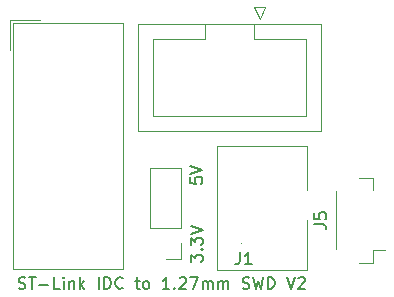
<source format=gbr>
G04 #@! TF.GenerationSoftware,KiCad,Pcbnew,(6.0.0)*
G04 #@! TF.CreationDate,2022-07-24T20:48:06-05:00*
G04 #@! TF.ProjectId,SWDAdapter,53574441-6461-4707-9465-722e6b696361,rev?*
G04 #@! TF.SameCoordinates,Original*
G04 #@! TF.FileFunction,Legend,Top*
G04 #@! TF.FilePolarity,Positive*
%FSLAX46Y46*%
G04 Gerber Fmt 4.6, Leading zero omitted, Abs format (unit mm)*
G04 Created by KiCad (PCBNEW (6.0.0)) date 2022-07-24 20:48:06*
%MOMM*%
%LPD*%
G01*
G04 APERTURE LIST*
%ADD10C,0.150000*%
%ADD11C,0.120000*%
G04 APERTURE END LIST*
D10*
X137632380Y-78976190D02*
X137632380Y-78357142D01*
X138013333Y-78690476D01*
X138013333Y-78547619D01*
X138060952Y-78452380D01*
X138108571Y-78404761D01*
X138203809Y-78357142D01*
X138441904Y-78357142D01*
X138537142Y-78404761D01*
X138584761Y-78452380D01*
X138632380Y-78547619D01*
X138632380Y-78833333D01*
X138584761Y-78928571D01*
X138537142Y-78976190D01*
X138537142Y-77928571D02*
X138584761Y-77880952D01*
X138632380Y-77928571D01*
X138584761Y-77976190D01*
X138537142Y-77928571D01*
X138632380Y-77928571D01*
X137632380Y-77547619D02*
X137632380Y-76928571D01*
X138013333Y-77261904D01*
X138013333Y-77119047D01*
X138060952Y-77023809D01*
X138108571Y-76976190D01*
X138203809Y-76928571D01*
X138441904Y-76928571D01*
X138537142Y-76976190D01*
X138584761Y-77023809D01*
X138632380Y-77119047D01*
X138632380Y-77404761D01*
X138584761Y-77500000D01*
X138537142Y-77547619D01*
X137632380Y-76642857D02*
X138632380Y-76309523D01*
X137632380Y-75976190D01*
X137592380Y-71830476D02*
X137592380Y-72306666D01*
X138068571Y-72354285D01*
X138020952Y-72306666D01*
X137973333Y-72211428D01*
X137973333Y-71973333D01*
X138020952Y-71878095D01*
X138068571Y-71830476D01*
X138163809Y-71782857D01*
X138401904Y-71782857D01*
X138497142Y-71830476D01*
X138544761Y-71878095D01*
X138592380Y-71973333D01*
X138592380Y-72211428D01*
X138544761Y-72306666D01*
X138497142Y-72354285D01*
X137592380Y-71497142D02*
X138592380Y-71163809D01*
X137592380Y-70830476D01*
X123059752Y-81227561D02*
X123202609Y-81275180D01*
X123440704Y-81275180D01*
X123535942Y-81227561D01*
X123583561Y-81179942D01*
X123631180Y-81084704D01*
X123631180Y-80989466D01*
X123583561Y-80894228D01*
X123535942Y-80846609D01*
X123440704Y-80798990D01*
X123250228Y-80751371D01*
X123154990Y-80703752D01*
X123107371Y-80656133D01*
X123059752Y-80560895D01*
X123059752Y-80465657D01*
X123107371Y-80370419D01*
X123154990Y-80322800D01*
X123250228Y-80275180D01*
X123488323Y-80275180D01*
X123631180Y-80322800D01*
X123916895Y-80275180D02*
X124488323Y-80275180D01*
X124202609Y-81275180D02*
X124202609Y-80275180D01*
X124821657Y-80894228D02*
X125583561Y-80894228D01*
X126535942Y-81275180D02*
X126059752Y-81275180D01*
X126059752Y-80275180D01*
X126869276Y-81275180D02*
X126869276Y-80608514D01*
X126869276Y-80275180D02*
X126821657Y-80322800D01*
X126869276Y-80370419D01*
X126916895Y-80322800D01*
X126869276Y-80275180D01*
X126869276Y-80370419D01*
X127345466Y-80608514D02*
X127345466Y-81275180D01*
X127345466Y-80703752D02*
X127393085Y-80656133D01*
X127488323Y-80608514D01*
X127631180Y-80608514D01*
X127726419Y-80656133D01*
X127774038Y-80751371D01*
X127774038Y-81275180D01*
X128250228Y-81275180D02*
X128250228Y-80275180D01*
X128345466Y-80894228D02*
X128631180Y-81275180D01*
X128631180Y-80608514D02*
X128250228Y-80989466D01*
X129821657Y-81275180D02*
X129821657Y-80275180D01*
X130297847Y-81275180D02*
X130297847Y-80275180D01*
X130535942Y-80275180D01*
X130678800Y-80322800D01*
X130774038Y-80418038D01*
X130821657Y-80513276D01*
X130869276Y-80703752D01*
X130869276Y-80846609D01*
X130821657Y-81037085D01*
X130774038Y-81132323D01*
X130678800Y-81227561D01*
X130535942Y-81275180D01*
X130297847Y-81275180D01*
X131869276Y-81179942D02*
X131821657Y-81227561D01*
X131678800Y-81275180D01*
X131583561Y-81275180D01*
X131440704Y-81227561D01*
X131345466Y-81132323D01*
X131297847Y-81037085D01*
X131250228Y-80846609D01*
X131250228Y-80703752D01*
X131297847Y-80513276D01*
X131345466Y-80418038D01*
X131440704Y-80322800D01*
X131583561Y-80275180D01*
X131678800Y-80275180D01*
X131821657Y-80322800D01*
X131869276Y-80370419D01*
X132916895Y-80608514D02*
X133297847Y-80608514D01*
X133059752Y-80275180D02*
X133059752Y-81132323D01*
X133107371Y-81227561D01*
X133202609Y-81275180D01*
X133297847Y-81275180D01*
X133774038Y-81275180D02*
X133678800Y-81227561D01*
X133631180Y-81179942D01*
X133583561Y-81084704D01*
X133583561Y-80798990D01*
X133631180Y-80703752D01*
X133678800Y-80656133D01*
X133774038Y-80608514D01*
X133916895Y-80608514D01*
X134012133Y-80656133D01*
X134059752Y-80703752D01*
X134107371Y-80798990D01*
X134107371Y-81084704D01*
X134059752Y-81179942D01*
X134012133Y-81227561D01*
X133916895Y-81275180D01*
X133774038Y-81275180D01*
X135821657Y-81275180D02*
X135250228Y-81275180D01*
X135535942Y-81275180D02*
X135535942Y-80275180D01*
X135440704Y-80418038D01*
X135345466Y-80513276D01*
X135250228Y-80560895D01*
X136250228Y-81179942D02*
X136297847Y-81227561D01*
X136250228Y-81275180D01*
X136202609Y-81227561D01*
X136250228Y-81179942D01*
X136250228Y-81275180D01*
X136678800Y-80370419D02*
X136726419Y-80322800D01*
X136821657Y-80275180D01*
X137059752Y-80275180D01*
X137154990Y-80322800D01*
X137202609Y-80370419D01*
X137250228Y-80465657D01*
X137250228Y-80560895D01*
X137202609Y-80703752D01*
X136631180Y-81275180D01*
X137250228Y-81275180D01*
X137583561Y-80275180D02*
X138250228Y-80275180D01*
X137821657Y-81275180D01*
X138631180Y-81275180D02*
X138631180Y-80608514D01*
X138631180Y-80703752D02*
X138678800Y-80656133D01*
X138774038Y-80608514D01*
X138916895Y-80608514D01*
X139012133Y-80656133D01*
X139059752Y-80751371D01*
X139059752Y-81275180D01*
X139059752Y-80751371D02*
X139107371Y-80656133D01*
X139202609Y-80608514D01*
X139345466Y-80608514D01*
X139440704Y-80656133D01*
X139488323Y-80751371D01*
X139488323Y-81275180D01*
X139964514Y-81275180D02*
X139964514Y-80608514D01*
X139964514Y-80703752D02*
X140012133Y-80656133D01*
X140107371Y-80608514D01*
X140250228Y-80608514D01*
X140345466Y-80656133D01*
X140393085Y-80751371D01*
X140393085Y-81275180D01*
X140393085Y-80751371D02*
X140440704Y-80656133D01*
X140535942Y-80608514D01*
X140678800Y-80608514D01*
X140774038Y-80656133D01*
X140821657Y-80751371D01*
X140821657Y-81275180D01*
X142012133Y-81227561D02*
X142154990Y-81275180D01*
X142393085Y-81275180D01*
X142488323Y-81227561D01*
X142535942Y-81179942D01*
X142583561Y-81084704D01*
X142583561Y-80989466D01*
X142535942Y-80894228D01*
X142488323Y-80846609D01*
X142393085Y-80798990D01*
X142202609Y-80751371D01*
X142107371Y-80703752D01*
X142059752Y-80656133D01*
X142012133Y-80560895D01*
X142012133Y-80465657D01*
X142059752Y-80370419D01*
X142107371Y-80322800D01*
X142202609Y-80275180D01*
X142440704Y-80275180D01*
X142583561Y-80322800D01*
X142916895Y-80275180D02*
X143154990Y-81275180D01*
X143345466Y-80560895D01*
X143535942Y-81275180D01*
X143774038Y-80275180D01*
X144154990Y-81275180D02*
X144154990Y-80275180D01*
X144393085Y-80275180D01*
X144535942Y-80322800D01*
X144631180Y-80418038D01*
X144678800Y-80513276D01*
X144726419Y-80703752D01*
X144726419Y-80846609D01*
X144678800Y-81037085D01*
X144631180Y-81132323D01*
X144535942Y-81227561D01*
X144393085Y-81275180D01*
X144154990Y-81275180D01*
X145774038Y-80275180D02*
X146107371Y-81275180D01*
X146440704Y-80275180D01*
X146726419Y-80370419D02*
X146774038Y-80322800D01*
X146869276Y-80275180D01*
X147107371Y-80275180D01*
X147202609Y-80322800D01*
X147250228Y-80370419D01*
X147297847Y-80465657D01*
X147297847Y-80560895D01*
X147250228Y-80703752D01*
X146678800Y-81275180D01*
X147297847Y-81275180D01*
X148092380Y-75783333D02*
X148806666Y-75783333D01*
X148949523Y-75830952D01*
X149044761Y-75926190D01*
X149092380Y-76069047D01*
X149092380Y-76164285D01*
X148092380Y-74830952D02*
X148092380Y-75307142D01*
X148568571Y-75354761D01*
X148520952Y-75307142D01*
X148473333Y-75211904D01*
X148473333Y-74973809D01*
X148520952Y-74878571D01*
X148568571Y-74830952D01*
X148663809Y-74783333D01*
X148901904Y-74783333D01*
X148997142Y-74830952D01*
X149044761Y-74878571D01*
X149092380Y-74973809D01*
X149092380Y-75211904D01*
X149044761Y-75307142D01*
X148997142Y-75354761D01*
X141792666Y-78179140D02*
X141792666Y-78893426D01*
X141745047Y-79036283D01*
X141649809Y-79131521D01*
X141506952Y-79179140D01*
X141411714Y-79179140D01*
X142792666Y-79179140D02*
X142221238Y-79179140D01*
X142506952Y-79179140D02*
X142506952Y-78179140D01*
X142411714Y-78321998D01*
X142316476Y-78417236D01*
X142221238Y-78464855D01*
D11*
X151900000Y-79060000D02*
X153050000Y-79060000D01*
X153050000Y-79060000D02*
X153050000Y-78010000D01*
X153050000Y-78010000D02*
X154040000Y-78010000D01*
X151900000Y-71840000D02*
X153050000Y-71840000D01*
X153050000Y-71840000D02*
X153050000Y-72890000D01*
X149930000Y-77890000D02*
X149930000Y-73010000D01*
X131935000Y-79620000D02*
X122585000Y-79620000D01*
X122335000Y-58510000D02*
X122335000Y-61050000D01*
X122585000Y-79620000D02*
X122585000Y-58760000D01*
X122585000Y-58760000D02*
X131935000Y-58760000D01*
X131935000Y-58760000D02*
X131935000Y-79620000D01*
X122335000Y-58510000D02*
X124875000Y-58510000D01*
X147460000Y-79670000D02*
X147460000Y-75440000D01*
X139840000Y-79670000D02*
X139840000Y-69170000D01*
X147460000Y-69170000D02*
X147460000Y-72900000D01*
X147460000Y-79670000D02*
X139840000Y-79670000D01*
X141885000Y-77405000D02*
X141885000Y-77340000D01*
X147460000Y-69170000D02*
X139840000Y-69170000D01*
X142960000Y-60110000D02*
X147360000Y-60110000D01*
X147360000Y-66610000D02*
X134460000Y-66610000D01*
X133160000Y-67920000D02*
X133160000Y-58800000D01*
X147360000Y-60110000D02*
X147360000Y-66610000D01*
X138860000Y-60110000D02*
X138860000Y-58800000D01*
X134460000Y-66610000D02*
X134460000Y-60110000D01*
X133160000Y-58800000D02*
X148660000Y-58800000D01*
X134460000Y-60110000D02*
X138860000Y-60110000D01*
X143450000Y-58410000D02*
X143950000Y-57410000D01*
X138860000Y-60110000D02*
X138860000Y-60110000D01*
X143950000Y-57410000D02*
X142950000Y-57410000D01*
X148660000Y-67920000D02*
X133160000Y-67920000D01*
X148660000Y-58800000D02*
X148660000Y-67920000D01*
X142960000Y-58800000D02*
X142960000Y-60110000D01*
X142950000Y-57410000D02*
X143450000Y-58410000D01*
X134165900Y-76150400D02*
X134165900Y-71010400D01*
X136825900Y-76150400D02*
X134165900Y-76150400D01*
X136825900Y-76150400D02*
X136825900Y-71010400D01*
X136825900Y-78750400D02*
X135495900Y-78750400D01*
X136825900Y-71010400D02*
X134165900Y-71010400D01*
X136825900Y-77420400D02*
X136825900Y-78750400D01*
M02*

</source>
